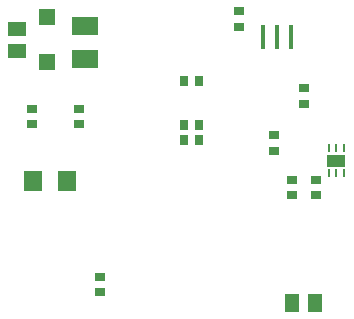
<source format=gbp>
G75*
%MOIN*%
%OFA0B0*%
%FSLAX25Y25*%
%IPPOS*%
%LPD*%
%AMOC8*
5,1,8,0,0,1.08239X$1,22.5*
%
%ADD10R,0.05906X0.05118*%
%ADD11R,0.03543X0.02756*%
%ADD12R,0.05512X0.05512*%
%ADD13R,0.08661X0.06299*%
%ADD14R,0.06299X0.07098*%
%ADD15R,0.05118X0.05906*%
%ADD16R,0.01575X0.07874*%
%ADD17R,0.02756X0.03543*%
%ADD18R,0.06299X0.03937*%
%ADD19R,0.00984X0.02559*%
D10*
X0048303Y0151846D03*
X0048303Y0159327D03*
D11*
X0075862Y0071335D03*
X0075862Y0076453D03*
X0068972Y0127437D03*
X0068972Y0132555D03*
X0053224Y0132555D03*
X0053224Y0127437D03*
X0122122Y0159917D03*
X0122122Y0165035D03*
X0143776Y0139445D03*
X0143776Y0134327D03*
X0133933Y0123697D03*
X0133933Y0118579D03*
X0139839Y0108933D03*
X0139839Y0103815D03*
X0147713Y0103815D03*
X0147713Y0108933D03*
D12*
X0058146Y0148106D03*
X0058146Y0163067D03*
D13*
X0070941Y0160114D03*
X0070941Y0149091D03*
D14*
X0064728Y0108343D03*
X0053531Y0108343D03*
D15*
X0140035Y0067988D03*
X0147516Y0067988D03*
D16*
X0139642Y0156571D03*
X0134917Y0156571D03*
X0130193Y0156571D03*
D17*
X0108933Y0141807D03*
X0103815Y0141807D03*
X0103815Y0127043D03*
X0103815Y0122122D03*
X0108933Y0122122D03*
X0108933Y0127043D03*
D18*
X0154602Y0115232D03*
D19*
X0154602Y0111098D03*
X0157161Y0111098D03*
X0152043Y0111098D03*
X0152043Y0119366D03*
X0154602Y0119366D03*
X0157161Y0119366D03*
M02*

</source>
